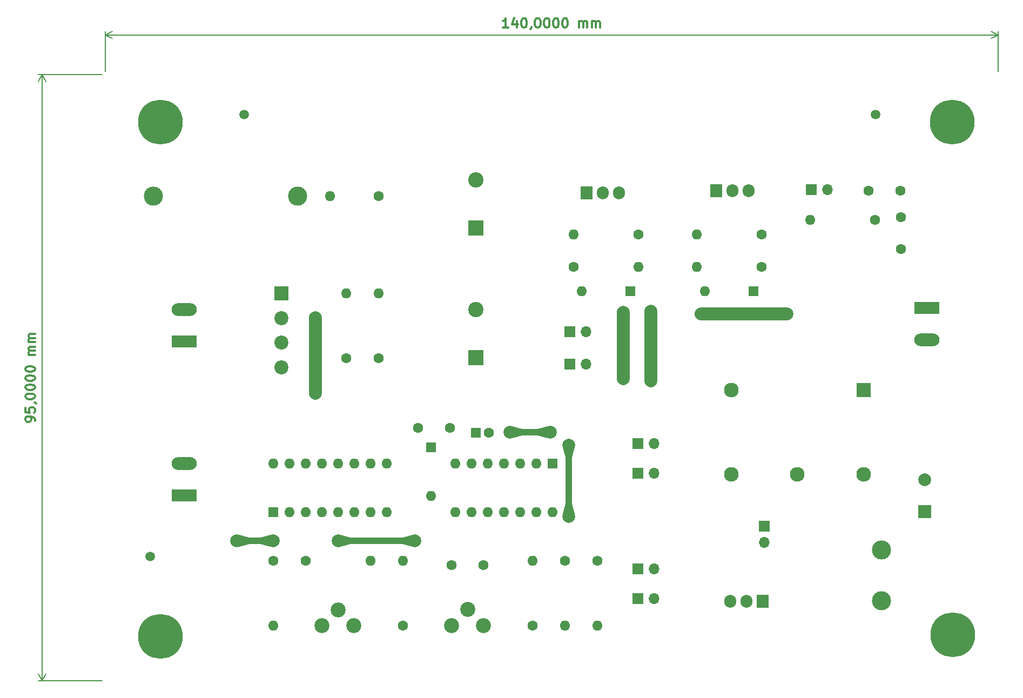
<source format=gbr>
%TF.GenerationSoftware,KiCad,Pcbnew,8.0.3*%
%TF.CreationDate,2024-07-06T20:18:36-03:00*%
%TF.ProjectId,Fuente_Conmutada,4675656e-7465-45f4-936f-6e6d75746164,rev?*%
%TF.SameCoordinates,Original*%
%TF.FileFunction,Copper,L1,Top*%
%TF.FilePolarity,Positive*%
%FSLAX46Y46*%
G04 Gerber Fmt 4.6, Leading zero omitted, Abs format (unit mm)*
G04 Created by KiCad (PCBNEW 8.0.3) date 2024-07-06 20:18:36*
%MOMM*%
%LPD*%
G01*
G04 APERTURE LIST*
%ADD10C,0.300000*%
%TA.AperFunction,NonConductor*%
%ADD11C,0.300000*%
%TD*%
%TA.AperFunction,NonConductor*%
%ADD12C,0.200000*%
%TD*%
%TA.AperFunction,ComponentPad*%
%ADD13C,1.600000*%
%TD*%
%TA.AperFunction,ComponentPad*%
%ADD14O,1.600000X1.600000*%
%TD*%
%TA.AperFunction,ComponentPad*%
%ADD15R,1.905000X2.000000*%
%TD*%
%TA.AperFunction,ComponentPad*%
%ADD16O,1.905000X2.000000*%
%TD*%
%TA.AperFunction,SMDPad,CuDef*%
%ADD17C,1.500000*%
%TD*%
%TA.AperFunction,ComponentPad*%
%ADD18C,3.000000*%
%TD*%
%TA.AperFunction,ComponentPad*%
%ADD19R,1.600000X1.600000*%
%TD*%
%TA.AperFunction,ComponentPad*%
%ADD20R,3.960000X1.980000*%
%TD*%
%TA.AperFunction,ComponentPad*%
%ADD21O,3.960000X1.980000*%
%TD*%
%TA.AperFunction,ComponentPad*%
%ADD22R,2.400000X2.400000*%
%TD*%
%TA.AperFunction,ComponentPad*%
%ADD23C,2.400000*%
%TD*%
%TA.AperFunction,ComponentPad*%
%ADD24R,1.700000X1.700000*%
%TD*%
%TA.AperFunction,ComponentPad*%
%ADD25O,1.700000X1.700000*%
%TD*%
%TA.AperFunction,ComponentPad*%
%ADD26R,2.000000X2.000000*%
%TD*%
%TA.AperFunction,ComponentPad*%
%ADD27C,2.000000*%
%TD*%
%TA.AperFunction,ComponentPad*%
%ADD28R,2.300000X2.300000*%
%TD*%
%TA.AperFunction,ComponentPad*%
%ADD29C,2.300000*%
%TD*%
%TA.AperFunction,ComponentPad*%
%ADD30C,2.340000*%
%TD*%
%TA.AperFunction,ComponentPad*%
%ADD31R,2.200000X2.200000*%
%TD*%
%TA.AperFunction,ComponentPad*%
%ADD32C,2.200000*%
%TD*%
%TA.AperFunction,ViaPad*%
%ADD33C,7.000000*%
%TD*%
%TA.AperFunction,ViaPad*%
%ADD34C,2.000000*%
%TD*%
%TA.AperFunction,Conductor*%
%ADD35C,1.000000*%
%TD*%
%TA.AperFunction,Conductor*%
%ADD36C,2.000000*%
%TD*%
G04 APERTURE END LIST*
D10*
D11*
X62375329Y-95177712D02*
X62375329Y-94891998D01*
X62375329Y-94891998D02*
X62303901Y-94749141D01*
X62303901Y-94749141D02*
X62232472Y-94677712D01*
X62232472Y-94677712D02*
X62018186Y-94534855D01*
X62018186Y-94534855D02*
X61732472Y-94463426D01*
X61732472Y-94463426D02*
X61161043Y-94463426D01*
X61161043Y-94463426D02*
X61018186Y-94534855D01*
X61018186Y-94534855D02*
X60946758Y-94606284D01*
X60946758Y-94606284D02*
X60875329Y-94749141D01*
X60875329Y-94749141D02*
X60875329Y-95034855D01*
X60875329Y-95034855D02*
X60946758Y-95177712D01*
X60946758Y-95177712D02*
X61018186Y-95249141D01*
X61018186Y-95249141D02*
X61161043Y-95320569D01*
X61161043Y-95320569D02*
X61518186Y-95320569D01*
X61518186Y-95320569D02*
X61661043Y-95249141D01*
X61661043Y-95249141D02*
X61732472Y-95177712D01*
X61732472Y-95177712D02*
X61803901Y-95034855D01*
X61803901Y-95034855D02*
X61803901Y-94749141D01*
X61803901Y-94749141D02*
X61732472Y-94606284D01*
X61732472Y-94606284D02*
X61661043Y-94534855D01*
X61661043Y-94534855D02*
X61518186Y-94463426D01*
X60875329Y-93106284D02*
X60875329Y-93820570D01*
X60875329Y-93820570D02*
X61589615Y-93891998D01*
X61589615Y-93891998D02*
X61518186Y-93820570D01*
X61518186Y-93820570D02*
X61446758Y-93677713D01*
X61446758Y-93677713D02*
X61446758Y-93320570D01*
X61446758Y-93320570D02*
X61518186Y-93177713D01*
X61518186Y-93177713D02*
X61589615Y-93106284D01*
X61589615Y-93106284D02*
X61732472Y-93034855D01*
X61732472Y-93034855D02*
X62089615Y-93034855D01*
X62089615Y-93034855D02*
X62232472Y-93106284D01*
X62232472Y-93106284D02*
X62303901Y-93177713D01*
X62303901Y-93177713D02*
X62375329Y-93320570D01*
X62375329Y-93320570D02*
X62375329Y-93677713D01*
X62375329Y-93677713D02*
X62303901Y-93820570D01*
X62303901Y-93820570D02*
X62232472Y-93891998D01*
X62303901Y-92320570D02*
X62375329Y-92320570D01*
X62375329Y-92320570D02*
X62518186Y-92391999D01*
X62518186Y-92391999D02*
X62589615Y-92463427D01*
X60875329Y-91391998D02*
X60875329Y-91249141D01*
X60875329Y-91249141D02*
X60946758Y-91106284D01*
X60946758Y-91106284D02*
X61018186Y-91034856D01*
X61018186Y-91034856D02*
X61161043Y-90963427D01*
X61161043Y-90963427D02*
X61446758Y-90891998D01*
X61446758Y-90891998D02*
X61803901Y-90891998D01*
X61803901Y-90891998D02*
X62089615Y-90963427D01*
X62089615Y-90963427D02*
X62232472Y-91034856D01*
X62232472Y-91034856D02*
X62303901Y-91106284D01*
X62303901Y-91106284D02*
X62375329Y-91249141D01*
X62375329Y-91249141D02*
X62375329Y-91391998D01*
X62375329Y-91391998D02*
X62303901Y-91534856D01*
X62303901Y-91534856D02*
X62232472Y-91606284D01*
X62232472Y-91606284D02*
X62089615Y-91677713D01*
X62089615Y-91677713D02*
X61803901Y-91749141D01*
X61803901Y-91749141D02*
X61446758Y-91749141D01*
X61446758Y-91749141D02*
X61161043Y-91677713D01*
X61161043Y-91677713D02*
X61018186Y-91606284D01*
X61018186Y-91606284D02*
X60946758Y-91534856D01*
X60946758Y-91534856D02*
X60875329Y-91391998D01*
X60875329Y-89963427D02*
X60875329Y-89820570D01*
X60875329Y-89820570D02*
X60946758Y-89677713D01*
X60946758Y-89677713D02*
X61018186Y-89606285D01*
X61018186Y-89606285D02*
X61161043Y-89534856D01*
X61161043Y-89534856D02*
X61446758Y-89463427D01*
X61446758Y-89463427D02*
X61803901Y-89463427D01*
X61803901Y-89463427D02*
X62089615Y-89534856D01*
X62089615Y-89534856D02*
X62232472Y-89606285D01*
X62232472Y-89606285D02*
X62303901Y-89677713D01*
X62303901Y-89677713D02*
X62375329Y-89820570D01*
X62375329Y-89820570D02*
X62375329Y-89963427D01*
X62375329Y-89963427D02*
X62303901Y-90106285D01*
X62303901Y-90106285D02*
X62232472Y-90177713D01*
X62232472Y-90177713D02*
X62089615Y-90249142D01*
X62089615Y-90249142D02*
X61803901Y-90320570D01*
X61803901Y-90320570D02*
X61446758Y-90320570D01*
X61446758Y-90320570D02*
X61161043Y-90249142D01*
X61161043Y-90249142D02*
X61018186Y-90177713D01*
X61018186Y-90177713D02*
X60946758Y-90106285D01*
X60946758Y-90106285D02*
X60875329Y-89963427D01*
X60875329Y-88534856D02*
X60875329Y-88391999D01*
X60875329Y-88391999D02*
X60946758Y-88249142D01*
X60946758Y-88249142D02*
X61018186Y-88177714D01*
X61018186Y-88177714D02*
X61161043Y-88106285D01*
X61161043Y-88106285D02*
X61446758Y-88034856D01*
X61446758Y-88034856D02*
X61803901Y-88034856D01*
X61803901Y-88034856D02*
X62089615Y-88106285D01*
X62089615Y-88106285D02*
X62232472Y-88177714D01*
X62232472Y-88177714D02*
X62303901Y-88249142D01*
X62303901Y-88249142D02*
X62375329Y-88391999D01*
X62375329Y-88391999D02*
X62375329Y-88534856D01*
X62375329Y-88534856D02*
X62303901Y-88677714D01*
X62303901Y-88677714D02*
X62232472Y-88749142D01*
X62232472Y-88749142D02*
X62089615Y-88820571D01*
X62089615Y-88820571D02*
X61803901Y-88891999D01*
X61803901Y-88891999D02*
X61446758Y-88891999D01*
X61446758Y-88891999D02*
X61161043Y-88820571D01*
X61161043Y-88820571D02*
X61018186Y-88749142D01*
X61018186Y-88749142D02*
X60946758Y-88677714D01*
X60946758Y-88677714D02*
X60875329Y-88534856D01*
X60875329Y-87106285D02*
X60875329Y-86963428D01*
X60875329Y-86963428D02*
X60946758Y-86820571D01*
X60946758Y-86820571D02*
X61018186Y-86749143D01*
X61018186Y-86749143D02*
X61161043Y-86677714D01*
X61161043Y-86677714D02*
X61446758Y-86606285D01*
X61446758Y-86606285D02*
X61803901Y-86606285D01*
X61803901Y-86606285D02*
X62089615Y-86677714D01*
X62089615Y-86677714D02*
X62232472Y-86749143D01*
X62232472Y-86749143D02*
X62303901Y-86820571D01*
X62303901Y-86820571D02*
X62375329Y-86963428D01*
X62375329Y-86963428D02*
X62375329Y-87106285D01*
X62375329Y-87106285D02*
X62303901Y-87249143D01*
X62303901Y-87249143D02*
X62232472Y-87320571D01*
X62232472Y-87320571D02*
X62089615Y-87392000D01*
X62089615Y-87392000D02*
X61803901Y-87463428D01*
X61803901Y-87463428D02*
X61446758Y-87463428D01*
X61446758Y-87463428D02*
X61161043Y-87392000D01*
X61161043Y-87392000D02*
X61018186Y-87320571D01*
X61018186Y-87320571D02*
X60946758Y-87249143D01*
X60946758Y-87249143D02*
X60875329Y-87106285D01*
X62375329Y-84820572D02*
X61375329Y-84820572D01*
X61518186Y-84820572D02*
X61446758Y-84749143D01*
X61446758Y-84749143D02*
X61375329Y-84606286D01*
X61375329Y-84606286D02*
X61375329Y-84392000D01*
X61375329Y-84392000D02*
X61446758Y-84249143D01*
X61446758Y-84249143D02*
X61589615Y-84177715D01*
X61589615Y-84177715D02*
X62375329Y-84177715D01*
X61589615Y-84177715D02*
X61446758Y-84106286D01*
X61446758Y-84106286D02*
X61375329Y-83963429D01*
X61375329Y-83963429D02*
X61375329Y-83749143D01*
X61375329Y-83749143D02*
X61446758Y-83606286D01*
X61446758Y-83606286D02*
X61589615Y-83534857D01*
X61589615Y-83534857D02*
X62375329Y-83534857D01*
X62375329Y-82820572D02*
X61375329Y-82820572D01*
X61518186Y-82820572D02*
X61446758Y-82749143D01*
X61446758Y-82749143D02*
X61375329Y-82606286D01*
X61375329Y-82606286D02*
X61375329Y-82392000D01*
X61375329Y-82392000D02*
X61446758Y-82249143D01*
X61446758Y-82249143D02*
X61589615Y-82177715D01*
X61589615Y-82177715D02*
X62375329Y-82177715D01*
X61589615Y-82177715D02*
X61446758Y-82106286D01*
X61446758Y-82106286D02*
X61375329Y-81963429D01*
X61375329Y-81963429D02*
X61375329Y-81749143D01*
X61375329Y-81749143D02*
X61446758Y-81606286D01*
X61446758Y-81606286D02*
X61589615Y-81534857D01*
X61589615Y-81534857D02*
X62375329Y-81534857D01*
D12*
X72903000Y-40892000D02*
X62910581Y-40892000D01*
X72903000Y-135892000D02*
X62910581Y-135892000D01*
X63497001Y-40892000D02*
X63497001Y-135892000D01*
X63497001Y-40892000D02*
X63497001Y-135892000D01*
X63497001Y-40892000D02*
X64083422Y-42018504D01*
X63497001Y-40892000D02*
X62910580Y-42018504D01*
X63497001Y-135892000D02*
X62910580Y-134765496D01*
X63497001Y-135892000D02*
X64083422Y-134765496D01*
D10*
D11*
X136617287Y-33547328D02*
X135760144Y-33547328D01*
X136188715Y-33547328D02*
X136188715Y-32047328D01*
X136188715Y-32047328D02*
X136045858Y-32261614D01*
X136045858Y-32261614D02*
X135903001Y-32404471D01*
X135903001Y-32404471D02*
X135760144Y-32475900D01*
X137903001Y-32547328D02*
X137903001Y-33547328D01*
X137545858Y-31975900D02*
X137188715Y-33047328D01*
X137188715Y-33047328D02*
X138117286Y-33047328D01*
X138974429Y-32047328D02*
X139117286Y-32047328D01*
X139117286Y-32047328D02*
X139260143Y-32118757D01*
X139260143Y-32118757D02*
X139331572Y-32190185D01*
X139331572Y-32190185D02*
X139403000Y-32333042D01*
X139403000Y-32333042D02*
X139474429Y-32618757D01*
X139474429Y-32618757D02*
X139474429Y-32975900D01*
X139474429Y-32975900D02*
X139403000Y-33261614D01*
X139403000Y-33261614D02*
X139331572Y-33404471D01*
X139331572Y-33404471D02*
X139260143Y-33475900D01*
X139260143Y-33475900D02*
X139117286Y-33547328D01*
X139117286Y-33547328D02*
X138974429Y-33547328D01*
X138974429Y-33547328D02*
X138831572Y-33475900D01*
X138831572Y-33475900D02*
X138760143Y-33404471D01*
X138760143Y-33404471D02*
X138688714Y-33261614D01*
X138688714Y-33261614D02*
X138617286Y-32975900D01*
X138617286Y-32975900D02*
X138617286Y-32618757D01*
X138617286Y-32618757D02*
X138688714Y-32333042D01*
X138688714Y-32333042D02*
X138760143Y-32190185D01*
X138760143Y-32190185D02*
X138831572Y-32118757D01*
X138831572Y-32118757D02*
X138974429Y-32047328D01*
X140188714Y-33475900D02*
X140188714Y-33547328D01*
X140188714Y-33547328D02*
X140117285Y-33690185D01*
X140117285Y-33690185D02*
X140045857Y-33761614D01*
X141117286Y-32047328D02*
X141260143Y-32047328D01*
X141260143Y-32047328D02*
X141403000Y-32118757D01*
X141403000Y-32118757D02*
X141474429Y-32190185D01*
X141474429Y-32190185D02*
X141545857Y-32333042D01*
X141545857Y-32333042D02*
X141617286Y-32618757D01*
X141617286Y-32618757D02*
X141617286Y-32975900D01*
X141617286Y-32975900D02*
X141545857Y-33261614D01*
X141545857Y-33261614D02*
X141474429Y-33404471D01*
X141474429Y-33404471D02*
X141403000Y-33475900D01*
X141403000Y-33475900D02*
X141260143Y-33547328D01*
X141260143Y-33547328D02*
X141117286Y-33547328D01*
X141117286Y-33547328D02*
X140974429Y-33475900D01*
X140974429Y-33475900D02*
X140903000Y-33404471D01*
X140903000Y-33404471D02*
X140831571Y-33261614D01*
X140831571Y-33261614D02*
X140760143Y-32975900D01*
X140760143Y-32975900D02*
X140760143Y-32618757D01*
X140760143Y-32618757D02*
X140831571Y-32333042D01*
X140831571Y-32333042D02*
X140903000Y-32190185D01*
X140903000Y-32190185D02*
X140974429Y-32118757D01*
X140974429Y-32118757D02*
X141117286Y-32047328D01*
X142545857Y-32047328D02*
X142688714Y-32047328D01*
X142688714Y-32047328D02*
X142831571Y-32118757D01*
X142831571Y-32118757D02*
X142903000Y-32190185D01*
X142903000Y-32190185D02*
X142974428Y-32333042D01*
X142974428Y-32333042D02*
X143045857Y-32618757D01*
X143045857Y-32618757D02*
X143045857Y-32975900D01*
X143045857Y-32975900D02*
X142974428Y-33261614D01*
X142974428Y-33261614D02*
X142903000Y-33404471D01*
X142903000Y-33404471D02*
X142831571Y-33475900D01*
X142831571Y-33475900D02*
X142688714Y-33547328D01*
X142688714Y-33547328D02*
X142545857Y-33547328D01*
X142545857Y-33547328D02*
X142403000Y-33475900D01*
X142403000Y-33475900D02*
X142331571Y-33404471D01*
X142331571Y-33404471D02*
X142260142Y-33261614D01*
X142260142Y-33261614D02*
X142188714Y-32975900D01*
X142188714Y-32975900D02*
X142188714Y-32618757D01*
X142188714Y-32618757D02*
X142260142Y-32333042D01*
X142260142Y-32333042D02*
X142331571Y-32190185D01*
X142331571Y-32190185D02*
X142403000Y-32118757D01*
X142403000Y-32118757D02*
X142545857Y-32047328D01*
X143974428Y-32047328D02*
X144117285Y-32047328D01*
X144117285Y-32047328D02*
X144260142Y-32118757D01*
X144260142Y-32118757D02*
X144331571Y-32190185D01*
X144331571Y-32190185D02*
X144402999Y-32333042D01*
X144402999Y-32333042D02*
X144474428Y-32618757D01*
X144474428Y-32618757D02*
X144474428Y-32975900D01*
X144474428Y-32975900D02*
X144402999Y-33261614D01*
X144402999Y-33261614D02*
X144331571Y-33404471D01*
X144331571Y-33404471D02*
X144260142Y-33475900D01*
X144260142Y-33475900D02*
X144117285Y-33547328D01*
X144117285Y-33547328D02*
X143974428Y-33547328D01*
X143974428Y-33547328D02*
X143831571Y-33475900D01*
X143831571Y-33475900D02*
X143760142Y-33404471D01*
X143760142Y-33404471D02*
X143688713Y-33261614D01*
X143688713Y-33261614D02*
X143617285Y-32975900D01*
X143617285Y-32975900D02*
X143617285Y-32618757D01*
X143617285Y-32618757D02*
X143688713Y-32333042D01*
X143688713Y-32333042D02*
X143760142Y-32190185D01*
X143760142Y-32190185D02*
X143831571Y-32118757D01*
X143831571Y-32118757D02*
X143974428Y-32047328D01*
X145402999Y-32047328D02*
X145545856Y-32047328D01*
X145545856Y-32047328D02*
X145688713Y-32118757D01*
X145688713Y-32118757D02*
X145760142Y-32190185D01*
X145760142Y-32190185D02*
X145831570Y-32333042D01*
X145831570Y-32333042D02*
X145902999Y-32618757D01*
X145902999Y-32618757D02*
X145902999Y-32975900D01*
X145902999Y-32975900D02*
X145831570Y-33261614D01*
X145831570Y-33261614D02*
X145760142Y-33404471D01*
X145760142Y-33404471D02*
X145688713Y-33475900D01*
X145688713Y-33475900D02*
X145545856Y-33547328D01*
X145545856Y-33547328D02*
X145402999Y-33547328D01*
X145402999Y-33547328D02*
X145260142Y-33475900D01*
X145260142Y-33475900D02*
X145188713Y-33404471D01*
X145188713Y-33404471D02*
X145117284Y-33261614D01*
X145117284Y-33261614D02*
X145045856Y-32975900D01*
X145045856Y-32975900D02*
X145045856Y-32618757D01*
X145045856Y-32618757D02*
X145117284Y-32333042D01*
X145117284Y-32333042D02*
X145188713Y-32190185D01*
X145188713Y-32190185D02*
X145260142Y-32118757D01*
X145260142Y-32118757D02*
X145402999Y-32047328D01*
X147688712Y-33547328D02*
X147688712Y-32547328D01*
X147688712Y-32690185D02*
X147760141Y-32618757D01*
X147760141Y-32618757D02*
X147902998Y-32547328D01*
X147902998Y-32547328D02*
X148117284Y-32547328D01*
X148117284Y-32547328D02*
X148260141Y-32618757D01*
X148260141Y-32618757D02*
X148331570Y-32761614D01*
X148331570Y-32761614D02*
X148331570Y-33547328D01*
X148331570Y-32761614D02*
X148402998Y-32618757D01*
X148402998Y-32618757D02*
X148545855Y-32547328D01*
X148545855Y-32547328D02*
X148760141Y-32547328D01*
X148760141Y-32547328D02*
X148902998Y-32618757D01*
X148902998Y-32618757D02*
X148974427Y-32761614D01*
X148974427Y-32761614D02*
X148974427Y-33547328D01*
X149688712Y-33547328D02*
X149688712Y-32547328D01*
X149688712Y-32690185D02*
X149760141Y-32618757D01*
X149760141Y-32618757D02*
X149902998Y-32547328D01*
X149902998Y-32547328D02*
X150117284Y-32547328D01*
X150117284Y-32547328D02*
X150260141Y-32618757D01*
X150260141Y-32618757D02*
X150331570Y-32761614D01*
X150331570Y-32761614D02*
X150331570Y-33547328D01*
X150331570Y-32761614D02*
X150402998Y-32618757D01*
X150402998Y-32618757D02*
X150545855Y-32547328D01*
X150545855Y-32547328D02*
X150760141Y-32547328D01*
X150760141Y-32547328D02*
X150902998Y-32618757D01*
X150902998Y-32618757D02*
X150974427Y-32761614D01*
X150974427Y-32761614D02*
X150974427Y-33547328D01*
D12*
X73403000Y-40392000D02*
X73403000Y-34082580D01*
X213403000Y-40392000D02*
X213403000Y-34082580D01*
X73403000Y-34669000D02*
X213403000Y-34669000D01*
X73403000Y-34669000D02*
X213403000Y-34669000D01*
X73403000Y-34669000D02*
X74529504Y-34082579D01*
X73403000Y-34669000D02*
X74529504Y-35255421D01*
X213403000Y-34669000D02*
X212276496Y-35255421D01*
X213403000Y-34669000D02*
X212276496Y-34082579D01*
D13*
%TO.P,R10,1*%
%TO.N,LO*%
X157010000Y-65918000D03*
D14*
%TO.P,R10,2*%
%TO.N,Net-(D4-A)*%
X146850000Y-65918000D03*
%TD*%
D13*
%TO.P,R12,1*%
%TO.N,Vs*%
X176314000Y-71006000D03*
D14*
%TO.P,R12,2*%
%TO.N,Net-(D3-A)*%
X166154000Y-71006000D03*
%TD*%
D13*
%TO.P,C7,1*%
%TO.N,Net-(T1-AA)*%
X198158000Y-63259000D03*
%TO.P,C7,2*%
%TO.N,Net-(C7-Pad2)*%
X198158000Y-68259000D03*
%TD*%
D15*
%TO.P,Q1,1,G*%
%TO.N,Net-(D3-A)*%
X169202000Y-59132000D03*
D16*
%TO.P,Q1,2,D*%
%TO.N,Net-(JP1-B)*%
X171742000Y-59132000D03*
%TO.P,Q1,3,S*%
%TO.N,Vs*%
X174282000Y-59132000D03*
%TD*%
D13*
%TO.P,R11,1*%
%TO.N,Net-(D4-A)*%
X146850000Y-70998000D03*
D14*
%TO.P,R11,2*%
%TO.N,GND*%
X157010000Y-70998000D03*
%TD*%
D17*
%TO.P,REF\u002A\u002A,*%
%TO.N,*%
X194153000Y-47142000D03*
%TD*%
D18*
%TO.P,L1,1,1*%
%TO.N,Net-(D5-K)*%
X195110000Y-123330000D03*
%TO.P,L1,2,2*%
%TO.N,Net-(J3-Pin_1)*%
X195110000Y-115430000D03*
%TD*%
D15*
%TO.P,Q2,1,G*%
%TO.N,Net-(D4-A)*%
X148823000Y-59392000D03*
D16*
%TO.P,Q2,2,D*%
%TO.N,Vs*%
X151363000Y-59392000D03*
%TO.P,Q2,3,S*%
%TO.N,GND*%
X153903000Y-59392000D03*
%TD*%
D19*
%TO.P,U1,1,1IN+*%
%TO.N,GND*%
X99748000Y-109477000D03*
D14*
%TO.P,U1,2,1IN-*%
%TO.N,Vref*%
X102288000Y-109477000D03*
%TO.P,U1,3,FB*%
%TO.N,Net-(U1-FB)*%
X104828000Y-109477000D03*
%TO.P,U1,4,DTC*%
%TO.N,GND*%
X107368000Y-109477000D03*
%TO.P,U1,5,CT*%
%TO.N,Net-(U1-CT)*%
X109908000Y-109477000D03*
%TO.P,U1,6,RT*%
%TO.N,Net-(U1-RT)*%
X112448000Y-109477000D03*
%TO.P,U1,7,GND*%
%TO.N,GND*%
X114988000Y-109477000D03*
%TO.P,U1,8,C1*%
%TO.N,+12V*%
X117528000Y-109477000D03*
%TO.P,U1,9,E1*%
%TO.N,Net-(JP3-A)*%
X117528000Y-101857000D03*
%TO.P,U1,10,E2*%
%TO.N,Net-(JP4-A)*%
X114988000Y-101857000D03*
%TO.P,U1,11,C2*%
%TO.N,+12V*%
X112448000Y-101857000D03*
%TO.P,U1,12,VCC*%
X109908000Y-101857000D03*
%TO.P,U1,13,OUTCTRL*%
%TO.N,Vref*%
X107368000Y-101857000D03*
%TO.P,U1,14,REF*%
X104828000Y-101857000D03*
%TO.P,U1,15,2IN-*%
X102288000Y-101857000D03*
%TO.P,U1,16,2IN+*%
%TO.N,GND*%
X99748000Y-101857000D03*
%TD*%
D20*
%TO.P,J2,1,Pin_1*%
%TO.N,GND*%
X85763000Y-106867000D03*
D21*
%TO.P,J2,2,Pin_2*%
%TO.N,+12V*%
X85763000Y-101867000D03*
%TD*%
D17*
%TO.P,REF\u002A\u002A,*%
%TO.N,*%
X95153000Y-47142000D03*
%TD*%
D19*
%TO.P,D2,1,K*%
%TO.N,Net-(D2-K)*%
X124498000Y-99327000D03*
D14*
%TO.P,D2,2,A*%
%TO.N,+12V*%
X124498000Y-106947000D03*
%TD*%
D13*
%TO.P,C3,1*%
%TO.N,Net-(U1-CT)*%
X127673000Y-117742000D03*
%TO.P,C3,2*%
%TO.N,GND*%
X132673000Y-117742000D03*
%TD*%
D18*
%TO.P,F1,1*%
%TO.N,Net-(F1-Pad1)*%
X103543000Y-59957000D03*
%TO.P,F1,2*%
%TO.N,VAC*%
X80943000Y-59957000D03*
%TD*%
D20*
%TO.P,J1,1,Pin_1*%
%TO.N,GND_AC*%
X85763000Y-82737000D03*
D21*
%TO.P,J1,2,Pin_2*%
%TO.N,VAC*%
X85763000Y-77737000D03*
%TD*%
D22*
%TO.P,C2,1*%
%TO.N,Net-(JP2-A)*%
X131483000Y-64917000D03*
D23*
%TO.P,C2,2*%
%TO.N,GND*%
X131483000Y-57417000D03*
%TD*%
D24*
%TO.P,JP6,1,A*%
%TO.N,Net-(JP6-A)*%
X156883000Y-98692000D03*
D25*
%TO.P,JP6,2,B*%
%TO.N,LO*%
X159423000Y-98692000D03*
%TD*%
D24*
%TO.P,JP4,1,A*%
%TO.N,Net-(JP4-A)*%
X156883000Y-118377000D03*
D25*
%TO.P,JP4,2,B*%
%TO.N,PWM2*%
X159423000Y-118377000D03*
%TD*%
D24*
%TO.P,JP1,1,A*%
%TO.N,Net-(D1-+)*%
X146215000Y-86254000D03*
D25*
%TO.P,JP1,2,B*%
%TO.N,Net-(JP1-B)*%
X148755000Y-86254000D03*
%TD*%
D26*
%TO.P,C8,1*%
%TO.N,Net-(J3-Pin_1)*%
X201841000Y-109360000D03*
D27*
%TO.P,C8,2*%
%TO.N,2*%
X201841000Y-104360000D03*
%TD*%
D24*
%TO.P,JP2,1,A*%
%TO.N,Net-(JP2-A)*%
X146215000Y-81174000D03*
D25*
%TO.P,JP2,2,B*%
%TO.N,/Punto_medio*%
X148755000Y-81174000D03*
%TD*%
D28*
%TO.P,T1,1,AA*%
%TO.N,Net-(T1-AA)*%
X192302000Y-90314000D03*
D29*
%TO.P,T1,2,AB*%
%TO.N,/Punto_medio*%
X171502000Y-90314000D03*
%TO.P,T1,3,SA*%
%TO.N,Net-(D5-A2)*%
X171502000Y-103514000D03*
%TO.P,T1,4,SC*%
%TO.N,2*%
X181902000Y-103514000D03*
%TO.P,T1,5,SB*%
%TO.N,Net-(JP8-A)*%
X192302000Y-103514000D03*
%TD*%
D20*
%TO.P,J3,1,Pin_1*%
%TO.N,Net-(J3-Pin_1)*%
X202222000Y-77483000D03*
D21*
%TO.P,J3,2,Pin_2*%
%TO.N,2*%
X202222000Y-82483000D03*
%TD*%
D17*
%TO.P,REF\u002A\u002A,*%
%TO.N,*%
X80403000Y-116392000D03*
%TD*%
D15*
%TO.P,D5,1,A1*%
%TO.N,Net-(D5-A1)*%
X176443000Y-123447000D03*
D16*
%TO.P,D5,2,K*%
%TO.N,Net-(D5-K)*%
X173903000Y-123447000D03*
%TO.P,D5,3,A2*%
%TO.N,Net-(D5-A2)*%
X171363000Y-123447000D03*
%TD*%
D13*
%TO.P,R3,1*%
%TO.N,Vref*%
X99733000Y-117107000D03*
D14*
%TO.P,R3,2*%
%TO.N,Net-(R3-Pad2)*%
X99733000Y-127267000D03*
%TD*%
D13*
%TO.P,R5,1*%
%TO.N,Vref*%
X104813000Y-117107000D03*
D14*
%TO.P,R5,2*%
%TO.N,GND*%
X114973000Y-117107000D03*
%TD*%
D13*
%TO.P,C6,1*%
%TO.N,Net-(T1-AA)*%
X198078000Y-59068000D03*
%TO.P,C6,2*%
%TO.N,Net-(JP7-B)*%
X193078000Y-59068000D03*
%TD*%
%TO.P,R2,1*%
%TO.N,Net-(JP2-A)*%
X111163000Y-85357000D03*
D14*
%TO.P,R2,2*%
%TO.N,GND*%
X111163000Y-75197000D03*
%TD*%
D13*
%TO.P,C5,1*%
%TO.N,Net-(D2-K)*%
X122466000Y-96279000D03*
%TO.P,C5,2*%
%TO.N,Vs*%
X127466000Y-96279000D03*
%TD*%
D30*
%TO.P,RV1,1,1*%
%TO.N,Net-(R3-Pad2)*%
X107393000Y-127267000D03*
%TO.P,RV1,2,2*%
%TO.N,Net-(U1-FB)*%
X109893000Y-124767000D03*
%TO.P,RV1,3,3*%
%TO.N,Net-(R4-Pad1)*%
X112393000Y-127267000D03*
%TD*%
%TO.P,RV2,1,1*%
%TO.N,Net-(U1-RT)*%
X127713000Y-127227000D03*
%TO.P,RV2,2,2*%
X130213000Y-124727000D03*
%TO.P,RV2,3,3*%
%TO.N,Net-(R8-Pad1)*%
X132713000Y-127227000D03*
%TD*%
D24*
%TO.P,JP8,1,A*%
%TO.N,Net-(JP8-A)*%
X176695000Y-111646000D03*
D25*
%TO.P,JP8,2,B*%
%TO.N,Net-(D5-A1)*%
X176695000Y-114186000D03*
%TD*%
D13*
%TO.P,R4,1*%
%TO.N,Net-(R4-Pad1)*%
X120053000Y-127267000D03*
D14*
%TO.P,R4,2*%
%TO.N,GND*%
X120053000Y-117107000D03*
%TD*%
D19*
%TO.P,D3,1,K*%
%TO.N,HO*%
X175044000Y-74816000D03*
D14*
%TO.P,D3,2,A*%
%TO.N,Net-(D3-A)*%
X167424000Y-74816000D03*
%TD*%
D13*
%TO.P,R13,1*%
%TO.N,Net-(C7-Pad2)*%
X194094000Y-63640000D03*
D14*
%TO.P,R13,2*%
%TO.N,/Punto_medio*%
X183934000Y-63640000D03*
%TD*%
D24*
%TO.P,JP3,1,A*%
%TO.N,Net-(JP3-A)*%
X156883000Y-123027000D03*
D25*
%TO.P,JP3,2,B*%
%TO.N,PWM1*%
X159423000Y-123027000D03*
%TD*%
D13*
%TO.P,R8,1*%
%TO.N,Net-(R8-Pad1)*%
X140373000Y-127267000D03*
D14*
%TO.P,R8,2*%
%TO.N,GND*%
X140373000Y-117107000D03*
%TD*%
D13*
%TO.P,R7,1*%
%TO.N,Net-(JP3-A)*%
X145453000Y-117107000D03*
D14*
%TO.P,R7,2*%
%TO.N,GND*%
X145453000Y-127267000D03*
%TD*%
D19*
%TO.P,U2,1,LO*%
%TO.N,Net-(JP6-A)*%
X143548000Y-101867000D03*
D14*
%TO.P,U2,2,COM*%
%TO.N,GND*%
X141008000Y-101867000D03*
%TO.P,U2,3,VCC*%
%TO.N,+12V*%
X138468000Y-101867000D03*
%TO.P,U2,4,NC*%
%TO.N,unconnected-(U2-NC-Pad4)*%
X135928000Y-101867000D03*
%TO.P,U2,5,VS*%
%TO.N,Vs*%
X133388000Y-101867000D03*
%TO.P,U2,6,VB*%
%TO.N,Net-(D2-K)*%
X130848000Y-101867000D03*
%TO.P,U2,7,HO*%
%TO.N,Net-(JP5-A)*%
X128308000Y-101867000D03*
%TO.P,U2,8,NC*%
%TO.N,unconnected-(U2-NC-Pad8)*%
X128308000Y-109487000D03*
%TO.P,U2,9,VDD*%
%TO.N,+12V*%
X130848000Y-109487000D03*
%TO.P,U2,10,HIN*%
%TO.N,PWM1*%
X133388000Y-109487000D03*
%TO.P,U2,11,SD*%
%TO.N,GND*%
X135928000Y-109487000D03*
%TO.P,U2,12,LIN*%
%TO.N,PWM2*%
X138468000Y-109487000D03*
%TO.P,U2,13,VSS*%
%TO.N,GND*%
X141008000Y-109487000D03*
%TO.P,U2,14,NC*%
%TO.N,unconnected-(U2-NC-Pad14)*%
X143548000Y-109487000D03*
%TD*%
D24*
%TO.P,JP7,1,A*%
%TO.N,Vs*%
X184061000Y-58941000D03*
D25*
%TO.P,JP7,2,B*%
%TO.N,Net-(JP7-B)*%
X186601000Y-58941000D03*
%TD*%
D13*
%TO.P,R1,1*%
%TO.N,Net-(D1-+)*%
X116243000Y-85357000D03*
D14*
%TO.P,R1,2*%
%TO.N,Net-(JP2-A)*%
X116243000Y-75197000D03*
%TD*%
D13*
%TO.P,TH1,1*%
%TO.N,Net-(D1-Pad2)*%
X116243000Y-59957000D03*
D14*
%TO.P,TH1,2*%
%TO.N,Net-(F1-Pad1)*%
X108623000Y-59957000D03*
%TD*%
D13*
%TO.P,R9,1*%
%TO.N,HO*%
X176314000Y-65926000D03*
D14*
%TO.P,R9,2*%
%TO.N,Net-(D3-A)*%
X166154000Y-65926000D03*
%TD*%
D19*
%TO.P,D4,1,K*%
%TO.N,LO*%
X155740000Y-74808000D03*
D14*
%TO.P,D4,2,A*%
%TO.N,Net-(D4-A)*%
X148120000Y-74808000D03*
%TD*%
D13*
%TO.P,R6,1*%
%TO.N,Net-(JP4-A)*%
X150533000Y-117107000D03*
D14*
%TO.P,R6,2*%
%TO.N,GND*%
X150533000Y-127267000D03*
%TD*%
D22*
%TO.P,C1,1*%
%TO.N,Net-(D1-+)*%
X131483000Y-85237000D03*
D23*
%TO.P,C1,2*%
%TO.N,Net-(JP2-A)*%
X131483000Y-77737000D03*
%TD*%
D24*
%TO.P,JP5,1,A*%
%TO.N,Net-(JP5-A)*%
X156883000Y-103342000D03*
D25*
%TO.P,JP5,2,B*%
%TO.N,HO*%
X159423000Y-103342000D03*
%TD*%
D31*
%TO.P,D1,1,-*%
%TO.N,GND*%
X101003000Y-75197000D03*
D32*
%TO.P,D1,2*%
%TO.N,Net-(D1-Pad2)*%
X101003000Y-79047000D03*
%TO.P,D1,3,+*%
%TO.N,Net-(D1-+)*%
X101003000Y-82897000D03*
%TO.P,D1,4*%
%TO.N,GND_AC*%
X101003000Y-86747000D03*
%TD*%
D19*
%TO.P,C4,1*%
%TO.N,Net-(D2-K)*%
X131515000Y-97041000D03*
D13*
%TO.P,C4,2*%
%TO.N,Vs*%
X133515000Y-97041000D03*
%TD*%
D33*
%TO.N,*%
X82039000Y-48337000D03*
X206149000Y-48337000D03*
X82039000Y-128982000D03*
X206245000Y-128728000D03*
D34*
%TO.N,Net-(U1-CT)*%
X109893000Y-113932000D03*
X121958000Y-113932000D03*
%TO.N,GND*%
X106337000Y-79007000D03*
X146088000Y-110122000D03*
X146088000Y-98946000D03*
X94018000Y-113932000D03*
X106337000Y-90818000D03*
X99733000Y-113932000D03*
%TO.N,Vs*%
X154597000Y-88532000D03*
X154597000Y-78118000D03*
X136817000Y-96914000D03*
X143167000Y-96914000D03*
%TO.N,LO*%
X158915000Y-88913000D03*
X158915000Y-77991000D03*
%TO.N,/Punto_medio*%
X166789000Y-78372000D03*
X180251000Y-78372000D03*
%TD*%
D35*
%TO.N,Net-(U1-CT)*%
X109893000Y-113932000D02*
X121958000Y-113932000D01*
%TO.N,GND*%
X146088000Y-110122000D02*
X146088000Y-98946000D01*
X99733000Y-113932000D02*
X94018000Y-113932000D01*
D36*
X106337000Y-79007000D02*
X106337000Y-90818000D01*
%TO.N,Vs*%
X154597000Y-78118000D02*
X154597000Y-88532000D01*
D35*
X136817000Y-96914000D02*
X143167000Y-96914000D01*
D36*
%TO.N,LO*%
X158915000Y-77991000D02*
X158915000Y-88913000D01*
%TO.N,/Punto_medio*%
X166789000Y-78372000D02*
X180251000Y-78372000D01*
%TD*%
%TA.AperFunction,Conductor*%
%TO.N,GND*%
G36*
X146587244Y-108125427D02*
G01*
X146590289Y-108130734D01*
X147009295Y-109729456D01*
X147008077Y-109738327D01*
X147002464Y-109743227D01*
X146092487Y-110121136D01*
X146083533Y-110121145D01*
X146083513Y-110121136D01*
X145173535Y-109743227D01*
X145167208Y-109736889D01*
X145166704Y-109729456D01*
X145585711Y-108130734D01*
X145591124Y-108123600D01*
X145597029Y-108122000D01*
X146578971Y-108122000D01*
X146587244Y-108125427D01*
G37*
%TD.AperFunction*%
%TD*%
%TA.AperFunction,Conductor*%
%TO.N,GND*%
G36*
X99349327Y-113011922D02*
G01*
X99354227Y-113017535D01*
X99732136Y-113927513D01*
X99732145Y-113936467D01*
X99732136Y-113936487D01*
X99354227Y-114846464D01*
X99347889Y-114852791D01*
X99340456Y-114853295D01*
X97741734Y-114434289D01*
X97734600Y-114428876D01*
X97733000Y-114422971D01*
X97733000Y-113441028D01*
X97736427Y-113432755D01*
X97741731Y-113429711D01*
X99340457Y-113010704D01*
X99349327Y-113011922D01*
G37*
%TD.AperFunction*%
%TD*%
%TA.AperFunction,Conductor*%
%TO.N,Vs*%
G36*
X142783327Y-95993922D02*
G01*
X142788227Y-95999535D01*
X143166136Y-96909513D01*
X143166145Y-96918467D01*
X143166136Y-96918487D01*
X142788227Y-97828464D01*
X142781889Y-97834791D01*
X142774456Y-97835295D01*
X141175734Y-97416289D01*
X141168600Y-97410876D01*
X141167000Y-97404971D01*
X141167000Y-96423028D01*
X141170427Y-96414755D01*
X141175731Y-96411711D01*
X142774457Y-95992704D01*
X142783327Y-95993922D01*
G37*
%TD.AperFunction*%
%TD*%
%TA.AperFunction,Conductor*%
%TO.N,GND*%
G36*
X147002464Y-99324772D02*
G01*
X147008791Y-99331110D01*
X147009295Y-99338543D01*
X146590289Y-100937266D01*
X146584876Y-100944400D01*
X146578971Y-100946000D01*
X145597029Y-100946000D01*
X145588756Y-100942573D01*
X145585711Y-100937266D01*
X145166704Y-99338543D01*
X145167922Y-99329672D01*
X145173532Y-99324773D01*
X146083514Y-98946862D01*
X146092464Y-98946854D01*
X147002464Y-99324772D01*
G37*
%TD.AperFunction*%
%TD*%
%TA.AperFunction,Conductor*%
%TO.N,Net-(U1-CT)*%
G36*
X111884267Y-113429711D02*
G01*
X111891400Y-113435123D01*
X111893000Y-113441028D01*
X111893000Y-114422971D01*
X111889573Y-114431244D01*
X111884266Y-114434289D01*
X110285543Y-114853295D01*
X110276672Y-114852077D01*
X110271773Y-114846465D01*
X109893862Y-113936485D01*
X109893854Y-113927535D01*
X110271773Y-113017533D01*
X110278110Y-113011208D01*
X110285542Y-113010704D01*
X111884267Y-113429711D01*
G37*
%TD.AperFunction*%
%TD*%
%TA.AperFunction,Conductor*%
%TO.N,Net-(U1-CT)*%
G36*
X121574327Y-113011922D02*
G01*
X121579227Y-113017535D01*
X121957136Y-113927513D01*
X121957145Y-113936467D01*
X121957136Y-113936487D01*
X121579227Y-114846464D01*
X121572889Y-114852791D01*
X121565456Y-114853295D01*
X119966734Y-114434289D01*
X119959600Y-114428876D01*
X119958000Y-114422971D01*
X119958000Y-113441028D01*
X119961427Y-113432755D01*
X119966731Y-113429711D01*
X121565457Y-113010704D01*
X121574327Y-113011922D01*
G37*
%TD.AperFunction*%
%TD*%
%TA.AperFunction,Conductor*%
%TO.N,Vs*%
G36*
X138808267Y-96411711D02*
G01*
X138815400Y-96417123D01*
X138817000Y-96423028D01*
X138817000Y-97404971D01*
X138813573Y-97413244D01*
X138808266Y-97416289D01*
X137209543Y-97835295D01*
X137200672Y-97834077D01*
X137195773Y-97828465D01*
X136817862Y-96918485D01*
X136817854Y-96909535D01*
X137195773Y-95999533D01*
X137202110Y-95993208D01*
X137209542Y-95992704D01*
X138808267Y-96411711D01*
G37*
%TD.AperFunction*%
%TD*%
%TA.AperFunction,Conductor*%
%TO.N,GND*%
G36*
X96009267Y-113429711D02*
G01*
X96016400Y-113435123D01*
X96018000Y-113441028D01*
X96018000Y-114422971D01*
X96014573Y-114431244D01*
X96009266Y-114434289D01*
X94410543Y-114853295D01*
X94401672Y-114852077D01*
X94396773Y-114846465D01*
X94018862Y-113936485D01*
X94018854Y-113927535D01*
X94396773Y-113017533D01*
X94403110Y-113011208D01*
X94410542Y-113010704D01*
X96009267Y-113429711D01*
G37*
%TD.AperFunction*%
%TD*%
M02*

</source>
